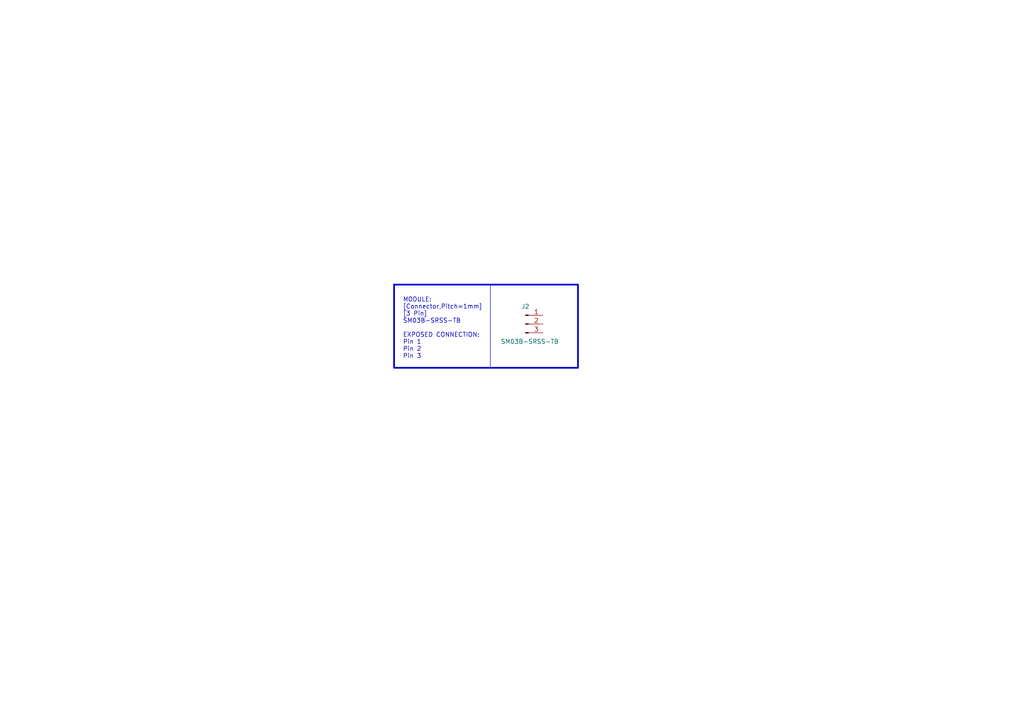
<source format=kicad_sch>
(kicad_sch (version 20230121) (generator eeschema)
  (paper "A4")
  (lib_symbols
    (symbol "Connector:Conn_01x03_Pin" (pin_names (offset 1.016) hide)
      (property "Reference" "J" (at 0 5.08 0))
      (property "Value" "Conn_01x03_Pin" (at 0 -5.08 0))
      (symbol "Conn_01x03_Pin_1_1"
        (polyline (pts (xy 1.27 -2.54) (xy 0.8636 -2.54)) (stroke (width 0.1524)))
        (polyline (pts (xy 1.27 0) (xy 0.8636 0)) (stroke (width 0.1524)))
        (polyline (pts (xy 1.27 2.54) (xy 0.8636 2.54)) (stroke (width 0.1524)))
        (rectangle (start 0.8636 -2.413) (end 0 -2.667) (stroke (width 0.1524)) (fill (type outline)))
        (rectangle (start 0.8636 0.127) (end 0 -0.127) (stroke (width 0.1524)) (fill (type outline)))
        (rectangle (start 0.8636 2.667) (end 0 2.413) (stroke (width 0.1524)) (fill (type outline)))
        (pin passive line (at 5.08 2.54 180) (length 3.81) (name "Pin_1") (number "1"))
        (pin passive line (at 5.08 0 180) (length 3.81) (name "Pin_2") (number "2"))
        (pin passive line (at 5.08 -2.54 180) (length 3.81) (name "Pin_3") (number "3"))
      )
    )
  )
  (rectangle (start 114.3 82.55) (end 167.64 106.68) (stroke (width 0.5)))
  (rectangle (start 114.3 82.55) (end 142.24 106.68))
  (text "MODULE:\n[Connector,Pitch=1mm]\n[3 Pin]\nSM03B-SRSS-TB\n\nEXPOSED CONNECTION: \nPin 1\nPin 2\nPin 3" (at 116.84 104.14 0) (effects (font (size 1.27 1.27)) (justify left bottom)))
  (symbol (lib_id "Connector:Conn_01x03_Pin") (at 152.4 93.98 0) (unit 1)
    (property "Reference" "J2" (at 152.4 88.9 0))
    (property "Value" "SM03B-SRSS-TB" (at 153.67 99.06 0))
  )
)
</source>
